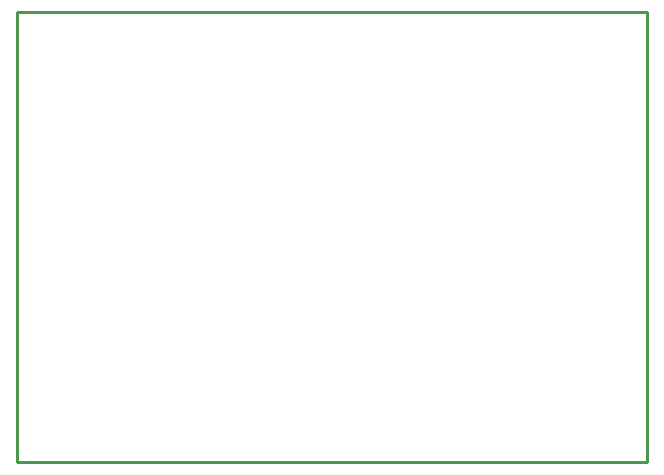
<source format=gko>
G04 Layer: BoardOutlineLayer*
G04 EasyEDA v6.5.22, 2023-04-13 23:23:34*
G04 8da0a1a92f474effb9e69289645bcd93,716f0268f4a04d1f8e2d1e8369cd39e0,10*
G04 Gerber Generator version 0.2*
G04 Scale: 100 percent, Rotated: No, Reflected: No *
G04 Dimensions in inches *
G04 leading zeros omitted , absolute positions ,3 integer and 6 decimal *
%FSLAX36Y36*%
%MOIN*%

%ADD10C,0.0100*%
D10*
X1000000Y1500000D02*
G01*
X3100000Y1500000D01*
X3100000Y0D01*
X1000000Y0D01*
X1000000Y1500000D01*

%LPD*%
M02*

</source>
